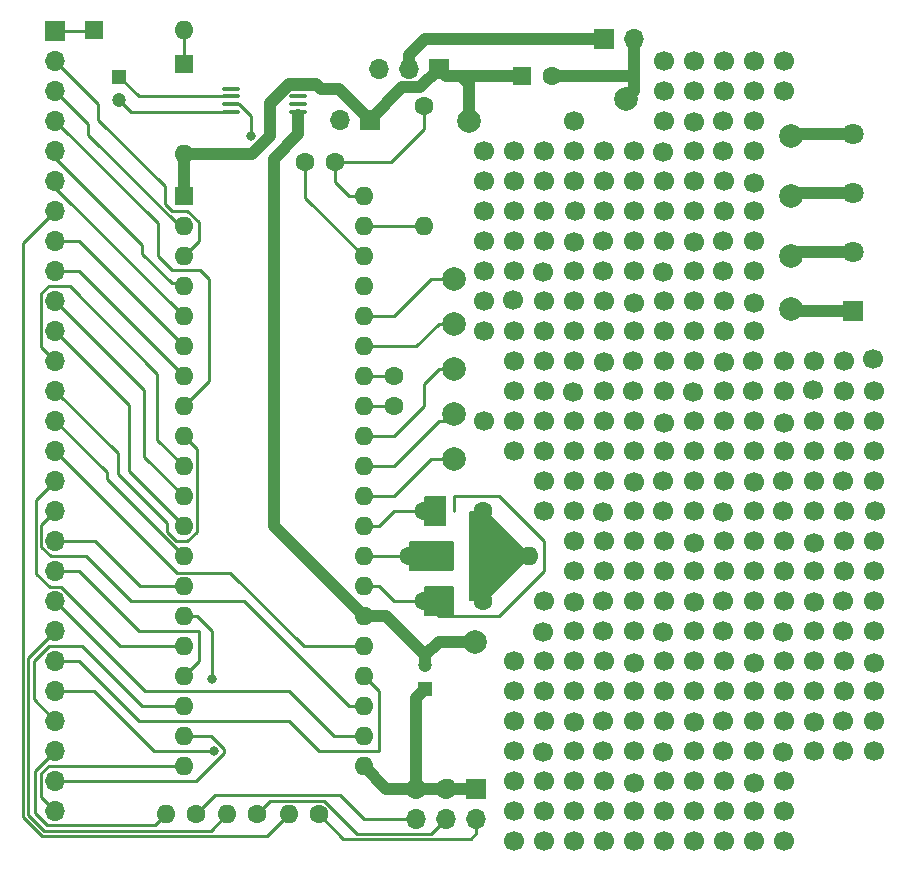
<source format=gtl>
%TF.GenerationSoftware,KiCad,Pcbnew,(6.0.0)*%
%TF.CreationDate,2022-03-13T21:04:06-04:00*%
%TF.ProjectId,panel meter v1,70616e65-6c20-46d6-9574-65722076312e,rev?*%
%TF.SameCoordinates,Original*%
%TF.FileFunction,Copper,L1,Top*%
%TF.FilePolarity,Positive*%
%FSLAX46Y46*%
G04 Gerber Fmt 4.6, Leading zero omitted, Abs format (unit mm)*
G04 Created by KiCad (PCBNEW (6.0.0)) date 2022-03-13 21:04:06*
%MOMM*%
%LPD*%
G01*
G04 APERTURE LIST*
G04 Aperture macros list*
%AMRoundRect*
0 Rectangle with rounded corners*
0 $1 Rounding radius*
0 $2 $3 $4 $5 $6 $7 $8 $9 X,Y pos of 4 corners*
0 Add a 4 corners polygon primitive as box body*
4,1,4,$2,$3,$4,$5,$6,$7,$8,$9,$2,$3,0*
0 Add four circle primitives for the rounded corners*
1,1,$1+$1,$2,$3*
1,1,$1+$1,$4,$5*
1,1,$1+$1,$6,$7*
1,1,$1+$1,$8,$9*
0 Add four rect primitives between the rounded corners*
20,1,$1+$1,$2,$3,$4,$5,0*
20,1,$1+$1,$4,$5,$6,$7,0*
20,1,$1+$1,$6,$7,$8,$9,0*
20,1,$1+$1,$8,$9,$2,$3,0*%
G04 Aperture macros list end*
%TA.AperFunction,ComponentPad*%
%ADD10C,1.700000*%
%TD*%
%TA.AperFunction,ComponentPad*%
%ADD11R,1.600000X1.600000*%
%TD*%
%TA.AperFunction,ComponentPad*%
%ADD12O,1.600000X1.600000*%
%TD*%
%TA.AperFunction,ComponentPad*%
%ADD13R,1.700000X1.700000*%
%TD*%
%TA.AperFunction,ComponentPad*%
%ADD14O,1.700000X1.700000*%
%TD*%
%TA.AperFunction,ComponentPad*%
%ADD15C,1.600000*%
%TD*%
%TA.AperFunction,ComponentPad*%
%ADD16C,2.000000*%
%TD*%
%TA.AperFunction,ComponentPad*%
%ADD17R,1.200000X1.200000*%
%TD*%
%TA.AperFunction,ComponentPad*%
%ADD18C,1.200000*%
%TD*%
%TA.AperFunction,ComponentPad*%
%ADD19R,1.800000X1.800000*%
%TD*%
%TA.AperFunction,ComponentPad*%
%ADD20C,1.800000*%
%TD*%
%TA.AperFunction,SMDPad,CuDef*%
%ADD21RoundRect,0.100000X-0.637500X-0.100000X0.637500X-0.100000X0.637500X0.100000X-0.637500X0.100000X0*%
%TD*%
%TA.AperFunction,ViaPad*%
%ADD22C,0.800000*%
%TD*%
%TA.AperFunction,Conductor*%
%ADD23C,1.000000*%
%TD*%
%TA.AperFunction,Conductor*%
%ADD24C,0.250000*%
%TD*%
G04 APERTURE END LIST*
D10*
%TO.P,REF\u002A\u002A,1*%
%TO.N,N/C*%
X114300000Y-88900000D03*
%TD*%
%TO.P,REF\u002A\u002A,1*%
%TO.N,N/C*%
X111760000Y-60960000D03*
%TD*%
%TO.P,REF\u002A\u002A,1*%
%TO.N,N/C*%
X127058021Y-86510442D03*
%TD*%
%TO.P,REF\u002A\u002A,1*%
%TO.N,N/C*%
X106680000Y-96520000D03*
%TD*%
%TO.P,REF\u002A\u002A,1*%
%TO.N,N/C*%
X109202800Y-91439999D03*
%TD*%
%TO.P,REF\u002A\u002A,1*%
%TO.N,N/C*%
X116840000Y-106680000D03*
%TD*%
%TO.P,REF\u002A\u002A,1*%
%TO.N,N/C*%
X114300000Y-86360000D03*
%TD*%
%TO.P,REF\u002A\u002A,1*%
%TO.N,N/C*%
X104140000Y-78740000D03*
%TD*%
%TO.P,REF\u002A\u002A,1*%
%TO.N,N/C*%
X106646471Y-73701692D03*
%TD*%
%TO.P,REF\u002A\u002A,1*%
%TO.N,N/C*%
X132080000Y-101600000D03*
%TD*%
%TO.P,REF\u002A\u002A,1*%
%TO.N,N/C*%
X106680000Y-111769036D03*
%TD*%
%TO.P,REF\u002A\u002A,1*%
%TO.N,N/C*%
X99060000Y-66040000D03*
%TD*%
%TO.P,REF\u002A\u002A,1*%
%TO.N,N/C*%
X132080000Y-76200000D03*
%TD*%
%TO.P,REF\u002A\u002A,1*%
%TO.N,N/C*%
X106680000Y-55880000D03*
%TD*%
%TO.P,REF\u002A\u002A,1*%
%TO.N,N/C*%
X124460000Y-73660000D03*
%TD*%
%TO.P,REF\u002A\u002A,1*%
%TO.N,N/C*%
X124442800Y-83794635D03*
%TD*%
D11*
%TO.P,U1,1,V+*%
%TO.N,+5V*%
X73655000Y-57155000D03*
D12*
%TO.P,U1,2,D1*%
%TO.N,/D1*%
X73655000Y-59695000D03*
%TO.P,U1,3,C1*%
%TO.N,/C1*%
X73655000Y-62235000D03*
%TO.P,U1,4,B1*%
%TO.N,/B1*%
X73655000Y-64775000D03*
%TO.P,U1,5,A1*%
%TO.N,/A1*%
X73655000Y-67315000D03*
%TO.P,U1,6,F1*%
%TO.N,/F1*%
X73655000Y-69855000D03*
%TO.P,U1,7,G1*%
%TO.N,/G1*%
X73655000Y-72395000D03*
%TO.P,U1,8,E1*%
%TO.N,/E1*%
X73655000Y-74935000D03*
%TO.P,U1,9,D2*%
%TO.N,/D2*%
X73655000Y-77475000D03*
%TO.P,U1,10,C2*%
%TO.N,/C2*%
X73655000Y-80015000D03*
%TO.P,U1,11,B2*%
%TO.N,/B2*%
X73655000Y-82555000D03*
%TO.P,U1,12,A2*%
%TO.N,/A2*%
X73655000Y-85095000D03*
%TO.P,U1,13,F2*%
%TO.N,/F2*%
X73655000Y-87635000D03*
%TO.P,U1,14,E2*%
%TO.N,/E2*%
X73655000Y-90175000D03*
%TO.P,U1,15,D3*%
%TO.N,/D3*%
X73655000Y-92715000D03*
%TO.P,U1,16,B3*%
%TO.N,/B3*%
X73655000Y-95255000D03*
%TO.P,U1,17,F3*%
%TO.N,/F3*%
X73655000Y-97795000D03*
%TO.P,U1,18,E3*%
%TO.N,/E3*%
X73655000Y-100335000D03*
%TO.P,U1,19,AB4*%
%TO.N,/BC4*%
X73655000Y-102875000D03*
%TO.P,U1,20,POL*%
%TO.N,/POL*%
X73655000Y-105415000D03*
%TO.P,U1,21,BP/GND*%
%TO.N,GND*%
X88895000Y-105415000D03*
%TO.P,U1,22,G3*%
%TO.N,/G3*%
X88895000Y-102875000D03*
%TO.P,U1,23,A3*%
%TO.N,/A3*%
X88895000Y-100335000D03*
%TO.P,U1,24,C3*%
%TO.N,/C3*%
X88895000Y-97795000D03*
%TO.P,U1,25,G2*%
%TO.N,/G2*%
X88895000Y-95255000D03*
%TO.P,U1,26,V-*%
%TO.N,/V-*%
X88895000Y-92715000D03*
%TO.P,U1,27,INT*%
%TO.N,Net-(C5-Pad1)*%
X88895000Y-90175000D03*
%TO.P,U1,28,BUFF*%
%TO.N,Net-(R1-Pad1)*%
X88895000Y-87635000D03*
%TO.P,U1,29,A-Z*%
%TO.N,Net-(C4-Pad1)*%
X88895000Y-85095000D03*
%TO.P,U1,30,IN_LO*%
%TO.N,Net-(U1-Pad30)*%
X88895000Y-82555000D03*
%TO.P,U1,31,IN_HI*%
%TO.N,Net-(U1-Pad31)*%
X88895000Y-80015000D03*
%TO.P,U1,32,COMMON*%
%TO.N,Net-(U1-Pad32)*%
X88895000Y-77475000D03*
%TO.P,U1,33,CREF-*%
%TO.N,Net-(C1-Pad2)*%
X88895000Y-74935000D03*
%TO.P,U1,34,CREF+*%
%TO.N,Net-(C1-Pad1)*%
X88895000Y-72395000D03*
%TO.P,U1,35,REF_LO*%
%TO.N,Net-(U1-Pad35)*%
X88895000Y-69855000D03*
%TO.P,U1,36,REF_HI*%
%TO.N,Net-(U1-Pad36)*%
X88895000Y-67315000D03*
%TO.P,U1,37,TEST*%
%TO.N,Net-(U1-Pad37)*%
X88895000Y-64775000D03*
%TO.P,U1,38,OSC3*%
%TO.N,Net-(C3-Pad2)*%
X88895000Y-62235000D03*
%TO.P,U1,39,OSC2*%
%TO.N,Net-(R2-Pad2)*%
X88895000Y-59695000D03*
%TO.P,U1,40,OSC1*%
%TO.N,Net-(C3-Pad1)*%
X88895000Y-57155000D03*
%TD*%
D10*
%TO.P,REF\u002A\u002A,1*%
%TO.N,N/C*%
X116848164Y-61027056D03*
%TD*%
%TO.P,REF\u002A\u002A,1*%
%TO.N,N/C*%
X116840000Y-58420000D03*
%TD*%
%TO.P,REF\u002A\u002A,1*%
%TO.N,N/C*%
X119380000Y-96520000D03*
%TD*%
%TO.P,REF\u002A\u002A,1*%
%TO.N,N/C*%
X106680000Y-109220000D03*
%TD*%
%TO.P,REF\u002A\u002A,1*%
%TO.N,N/C*%
X114299999Y-58410964D03*
%TD*%
%TO.P,REF\u002A\u002A,1*%
%TO.N,N/C*%
X104140000Y-53340000D03*
%TD*%
D11*
%TO.P,D2,1,K*%
%TO.N,Net-(D1-Pad2)*%
X73660000Y-45974000D03*
D12*
%TO.P,D2,2,A*%
%TO.N,+5V*%
X73660000Y-53594000D03*
%TD*%
D10*
%TO.P,REF\u002A\u002A,1*%
%TO.N,N/C*%
X109220000Y-55880000D03*
%TD*%
D13*
%TO.P,J1,1,Pin_1*%
%TO.N,+5V*%
X95235000Y-46380000D03*
D14*
%TO.P,J1,2,Pin_2*%
%TO.N,/Input*%
X92695000Y-46380000D03*
%TO.P,J1,3,Pin_3*%
%TO.N,unconnected-(J1-Pad3)*%
X90155000Y-46380000D03*
%TD*%
D10*
%TO.P,REF\u002A\u002A,1*%
%TO.N,N/C*%
X121920000Y-83820000D03*
%TD*%
%TO.P,REF\u002A\u002A,1*%
%TO.N,N/C*%
X109220000Y-53340000D03*
%TD*%
%TO.P,REF\u002A\u002A,1*%
%TO.N,N/C*%
X127000000Y-93980000D03*
%TD*%
%TO.P,REF\u002A\u002A,1*%
%TO.N,N/C*%
X111760000Y-91440000D03*
%TD*%
%TO.P,REF\u002A\u002A,1*%
%TO.N,N/C*%
X101600000Y-55880000D03*
%TD*%
%TO.P,REF\u002A\u002A,1*%
%TO.N,N/C*%
X121920000Y-104140000D03*
%TD*%
%TO.P,REF\u002A\u002A,1*%
%TO.N,N/C*%
X99060000Y-76200000D03*
%TD*%
%TO.P,REF\u002A\u002A,1*%
%TO.N,N/C*%
X106673262Y-83819999D03*
%TD*%
%TO.P,REF\u002A\u002A,1*%
%TO.N,N/C*%
X111760000Y-76200000D03*
%TD*%
%TO.P,REF\u002A\u002A,1*%
%TO.N,N/C*%
X109220000Y-109220000D03*
%TD*%
%TO.P,REF\u002A\u002A,1*%
%TO.N,N/C*%
X114266471Y-53381692D03*
%TD*%
%TO.P,REF\u002A\u002A,1*%
%TO.N,N/C*%
X124460000Y-71120000D03*
%TD*%
%TO.P,REF\u002A\u002A,1*%
%TO.N,N/C*%
X129522800Y-104114635D03*
%TD*%
D15*
%TO.P,C1,1*%
%TO.N,Net-(C1-Pad1)*%
X91440000Y-72410000D03*
%TO.P,C1,2*%
%TO.N,Net-(C1-Pad2)*%
X91440000Y-74910000D03*
%TD*%
D10*
%TO.P,REF\u002A\u002A,1*%
%TO.N,N/C*%
X121920000Y-58420000D03*
%TD*%
%TO.P,REF\u002A\u002A,1*%
%TO.N,N/C*%
X119362800Y-91439999D03*
%TD*%
%TO.P,REF\u002A\u002A,1*%
%TO.N,N/C*%
X109220000Y-111769036D03*
%TD*%
%TO.P,REF\u002A\u002A,1*%
%TO.N,N/C*%
X111760000Y-68580000D03*
%TD*%
%TO.P,REF\u002A\u002A,1*%
%TO.N,N/C*%
X119380000Y-68580000D03*
%TD*%
%TO.P,REF\u002A\u002A,1*%
%TO.N,N/C*%
X114266471Y-104181692D03*
%TD*%
%TO.P,REF\u002A\u002A,1*%
%TO.N,N/C*%
X116898021Y-86510442D03*
%TD*%
%TO.P,REF\u002A\u002A,1*%
%TO.N,N/C*%
X101600000Y-71120000D03*
%TD*%
%TO.P,REF\u002A\u002A,1*%
%TO.N,N/C*%
X119379999Y-81279999D03*
%TD*%
D16*
%TO.P,J16,1,Pin_1*%
%TO.N,Net-(J16-Pad1)*%
X125095000Y-52070000D03*
%TD*%
D10*
%TO.P,REF\u002A\u002A,1*%
%TO.N,N/C*%
X101600000Y-53340000D03*
%TD*%
D16*
%TO.P,J4,1,Pin_1*%
%TO.N,GND*%
X111125000Y-48895000D03*
%TD*%
D13*
%TO.P,J2,1,Pin_1*%
%TO.N,/Input*%
X109220000Y-43815000D03*
D14*
%TO.P,J2,2,Pin_2*%
%TO.N,GND*%
X111760000Y-43815000D03*
%TD*%
D10*
%TO.P,REF\u002A\u002A,1*%
%TO.N,N/C*%
X124426471Y-104181692D03*
%TD*%
%TO.P,REF\u002A\u002A,1*%
%TO.N,N/C*%
X124518021Y-76350442D03*
%TD*%
%TO.P,REF\u002A\u002A,1*%
%TO.N,N/C*%
X119362800Y-101599999D03*
%TD*%
%TO.P,REF\u002A\u002A,1*%
%TO.N,N/C*%
X116840000Y-63500000D03*
%TD*%
%TO.P,REF\u002A\u002A,1*%
%TO.N,N/C*%
X101600000Y-106680000D03*
%TD*%
%TO.P,REF\u002A\u002A,1*%
%TO.N,N/C*%
X104139999Y-101599999D03*
%TD*%
%TO.P,REF\u002A\u002A,1*%
%TO.N,N/C*%
X116840000Y-48260000D03*
%TD*%
%TO.P,REF\u002A\u002A,1*%
%TO.N,N/C*%
X101591835Y-60957859D03*
%TD*%
D15*
%TO.P,C3,1*%
%TO.N,Net-(C3-Pad1)*%
X86467000Y-54229000D03*
%TO.P,C3,2*%
%TO.N,Net-(C3-Pad2)*%
X83967000Y-54229000D03*
%TD*%
D10*
%TO.P,REF\u002A\u002A,1*%
%TO.N,N/C*%
X109219999Y-88890964D03*
%TD*%
%TO.P,REF\u002A\u002A,1*%
%TO.N,N/C*%
X124426471Y-94021692D03*
%TD*%
%TO.P,REF\u002A\u002A,1*%
%TO.N,N/C*%
X101600000Y-68580000D03*
%TD*%
%TO.P,REF\u002A\u002A,1*%
%TO.N,N/C*%
X124460000Y-106680000D03*
%TD*%
%TO.P,REF\u002A\u002A,1*%
%TO.N,N/C*%
X132080000Y-81280000D03*
%TD*%
%TO.P,REF\u002A\u002A,1*%
%TO.N,N/C*%
X109228164Y-71187056D03*
%TD*%
%TO.P,REF\u002A\u002A,1*%
%TO.N,N/C*%
X111818021Y-66190442D03*
%TD*%
%TO.P,REF\u002A\u002A,1*%
%TO.N,N/C*%
X121920000Y-68580000D03*
%TD*%
%TO.P,REF\u002A\u002A,1*%
%TO.N,N/C*%
X124460000Y-86360000D03*
%TD*%
%TO.P,REF\u002A\u002A,1*%
%TO.N,N/C*%
X119362800Y-60959999D03*
%TD*%
%TO.P,REF\u002A\u002A,1*%
%TO.N,N/C*%
X106680000Y-76200000D03*
%TD*%
%TO.P,REF\u002A\u002A,1*%
%TO.N,N/C*%
X129540000Y-78740000D03*
%TD*%
%TO.P,REF\u002A\u002A,1*%
%TO.N,N/C*%
X116840000Y-83820000D03*
%TD*%
%TO.P,REF\u002A\u002A,1*%
%TO.N,N/C*%
X114299999Y-109210964D03*
%TD*%
%TO.P,REF\u002A\u002A,1*%
%TO.N,N/C*%
X104139999Y-71105812D03*
%TD*%
%TO.P,REF\u002A\u002A,1*%
%TO.N,N/C*%
X106688164Y-88900000D03*
%TD*%
D17*
%TO.P,C8,1*%
%TO.N,GND*%
X94107000Y-98889600D03*
D18*
%TO.P,C8,2*%
%TO.N,/V-*%
X94107000Y-96889600D03*
%TD*%
D10*
%TO.P,REF\u002A\u002A,1*%
%TO.N,N/C*%
X114300000Y-78740000D03*
%TD*%
%TO.P,REF\u002A\u002A,1*%
%TO.N,N/C*%
X119362800Y-50799999D03*
%TD*%
%TO.P,REF\u002A\u002A,1*%
%TO.N,N/C*%
X114266471Y-94021692D03*
%TD*%
%TO.P,REF\u002A\u002A,1*%
%TO.N,N/C*%
X111760000Y-93980000D03*
%TD*%
%TO.P,REF\u002A\u002A,1*%
%TO.N,N/C*%
X132080000Y-78740000D03*
%TD*%
%TO.P,REF\u002A\u002A,1*%
%TO.N,N/C*%
X101600000Y-109220000D03*
%TD*%
%TO.P,REF\u002A\u002A,1*%
%TO.N,N/C*%
X121978021Y-106830442D03*
%TD*%
%TO.P,REF\u002A\u002A,1*%
%TO.N,N/C*%
X109220000Y-106680000D03*
%TD*%
%TO.P,REF\u002A\u002A,1*%
%TO.N,N/C*%
X104106471Y-104181692D03*
%TD*%
%TO.P,REF\u002A\u002A,1*%
%TO.N,N/C*%
X126983671Y-73601978D03*
%TD*%
%TO.P,REF\u002A\u002A,1*%
%TO.N,N/C*%
X119388164Y-71187056D03*
%TD*%
%TO.P,REF\u002A\u002A,1*%
%TO.N,N/C*%
X129522800Y-101599999D03*
%TD*%
%TO.P,REF\u002A\u002A,1*%
%TO.N,N/C*%
X121920000Y-50800000D03*
%TD*%
%TO.P,REF\u002A\u002A,1*%
%TO.N,N/C*%
X111760000Y-99060000D03*
%TD*%
%TO.P,REF\u002A\u002A,1*%
%TO.N,N/C*%
X119362800Y-53314635D03*
%TD*%
%TO.P,REF\u002A\u002A,1*%
%TO.N,N/C*%
X109220000Y-78740000D03*
%TD*%
%TO.P,REF\u002A\u002A,1*%
%TO.N,N/C*%
X124460000Y-96520000D03*
%TD*%
%TO.P,REF\u002A\u002A,1*%
%TO.N,N/C*%
X109220000Y-73660000D03*
%TD*%
%TO.P,REF\u002A\u002A,1*%
%TO.N,N/C*%
X114300000Y-71120000D03*
%TD*%
D16*
%TO.P,J15,1,Pin_1*%
%TO.N,Net-(J15-Pad1)*%
X125095000Y-57150000D03*
%TD*%
D10*
%TO.P,REF\u002A\u002A,1*%
%TO.N,N/C*%
X101600000Y-101600000D03*
%TD*%
%TO.P,REF\u002A\u002A,1*%
%TO.N,N/C*%
X121920000Y-86360000D03*
%TD*%
%TO.P,REF\u002A\u002A,1*%
%TO.N,N/C*%
X127000000Y-81280000D03*
%TD*%
%TO.P,REF\u002A\u002A,1*%
%TO.N,N/C*%
X121920000Y-78740000D03*
%TD*%
D13*
%TO.P,J12,1,Pin_1*%
%TO.N,+5V*%
X89413000Y-50673000D03*
D14*
%TO.P,J12,2,Pin_2*%
%TO.N,Net-(U1-Pad37)*%
X86873000Y-50673000D03*
%TD*%
D10*
%TO.P,REF\u002A\u002A,1*%
%TO.N,N/C*%
X121978021Y-96670442D03*
%TD*%
%TO.P,REF\u002A\u002A,1*%
%TO.N,N/C*%
X121920000Y-60960000D03*
%TD*%
%TO.P,REF\u002A\u002A,1*%
%TO.N,N/C*%
X99060000Y-68580000D03*
%TD*%
%TO.P,REF\u002A\u002A,1*%
%TO.N,N/C*%
X104130065Y-73626999D03*
%TD*%
%TO.P,REF\u002A\u002A,1*%
%TO.N,N/C*%
X111760000Y-53340000D03*
%TD*%
D16*
%TO.P,J6,1,Pin_1*%
%TO.N,Net-(U1-Pad32)*%
X96520000Y-71755000D03*
%TD*%
D10*
%TO.P,REF\u002A\u002A,1*%
%TO.N,N/C*%
X109220000Y-68580000D03*
%TD*%
%TO.P,REF\u002A\u002A,1*%
%TO.N,N/C*%
X109202800Y-63474635D03*
%TD*%
%TO.P,REF\u002A\u002A,1*%
%TO.N,N/C*%
X99060000Y-55880000D03*
%TD*%
%TO.P,REF\u002A\u002A,1*%
%TO.N,N/C*%
X99060000Y-60960000D03*
%TD*%
%TO.P,REF\u002A\u002A,1*%
%TO.N,N/C*%
X111760000Y-55880000D03*
%TD*%
%TO.P,REF\u002A\u002A,1*%
%TO.N,N/C*%
X104139999Y-91439999D03*
%TD*%
%TO.P,REF\u002A\u002A,1*%
%TO.N,N/C*%
X109220000Y-58420000D03*
%TD*%
%TO.P,REF\u002A\u002A,1*%
%TO.N,N/C*%
X111760000Y-63500000D03*
%TD*%
%TO.P,REF\u002A\u002A,1*%
%TO.N,N/C*%
X116840000Y-109220000D03*
%TD*%
%TO.P,REF\u002A\u002A,1*%
%TO.N,N/C*%
X101600000Y-73660000D03*
%TD*%
%TO.P,REF\u002A\u002A,1*%
%TO.N,N/C*%
X119346471Y-83861692D03*
%TD*%
%TO.P,REF\u002A\u002A,1*%
%TO.N,N/C*%
X111760000Y-78740000D03*
%TD*%
%TO.P,REF\u002A\u002A,1*%
%TO.N,N/C*%
X132080000Y-91440000D03*
%TD*%
%TO.P,REF\u002A\u002A,1*%
%TO.N,N/C*%
X132080000Y-88900000D03*
%TD*%
%TO.P,REF\u002A\u002A,1*%
%TO.N,N/C*%
X129522800Y-91439999D03*
%TD*%
%TO.P,REF\u002A\u002A,1*%
%TO.N,N/C*%
X104139999Y-99050964D03*
%TD*%
%TO.P,REF\u002A\u002A,1*%
%TO.N,N/C*%
X104106471Y-94021692D03*
%TD*%
%TO.P,REF\u002A\u002A,1*%
%TO.N,N/C*%
X104198892Y-55871835D03*
%TD*%
%TO.P,REF\u002A\u002A,1*%
%TO.N,N/C*%
X106680000Y-50800000D03*
%TD*%
%TO.P,REF\u002A\u002A,1*%
%TO.N,N/C*%
X109220000Y-76200000D03*
%TD*%
D16*
%TO.P,J5,1,Pin_1*%
%TO.N,/V-*%
X98298000Y-94869000D03*
%TD*%
D10*
%TO.P,REF\u002A\u002A,1*%
%TO.N,N/C*%
X106680000Y-106680000D03*
%TD*%
%TO.P,REF\u002A\u002A,1*%
%TO.N,N/C*%
X127008164Y-101667056D03*
%TD*%
%TO.P,REF\u002A\u002A,1*%
%TO.N,N/C*%
X116839999Y-78730964D03*
%TD*%
%TO.P,REF\u002A\u002A,1*%
%TO.N,N/C*%
X106680000Y-66040000D03*
%TD*%
%TO.P,REF\u002A\u002A,1*%
%TO.N,N/C*%
X119380000Y-78740000D03*
%TD*%
%TO.P,REF\u002A\u002A,1*%
%TO.N,N/C*%
X114266471Y-63541692D03*
%TD*%
%TO.P,REF\u002A\u002A,1*%
%TO.N,N/C*%
X121920000Y-111769036D03*
%TD*%
%TO.P,REF\u002A\u002A,1*%
%TO.N,N/C*%
X121978021Y-56030442D03*
%TD*%
%TO.P,REF\u002A\u002A,1*%
%TO.N,N/C*%
X127000000Y-83820000D03*
%TD*%
%TO.P,REF\u002A\u002A,1*%
%TO.N,N/C*%
X114299999Y-68570964D03*
%TD*%
%TO.P,REF\u002A\u002A,1*%
%TO.N,N/C*%
X114299999Y-91439999D03*
%TD*%
%TO.P,REF\u002A\u002A,1*%
%TO.N,N/C*%
X121920000Y-93980000D03*
%TD*%
%TO.P,REF\u002A\u002A,1*%
%TO.N,N/C*%
X106680000Y-93980000D03*
%TD*%
%TO.P,REF\u002A\u002A,1*%
%TO.N,N/C*%
X104133262Y-81288164D03*
%TD*%
%TO.P,REF\u002A\u002A,1*%
%TO.N,N/C*%
X116840000Y-76200000D03*
%TD*%
%TO.P,REF\u002A\u002A,1*%
%TO.N,N/C*%
X109202800Y-93954635D03*
%TD*%
%TO.P,REF\u002A\u002A,1*%
%TO.N,N/C*%
X121920000Y-76200000D03*
%TD*%
%TO.P,REF\u002A\u002A,1*%
%TO.N,N/C*%
X101600000Y-111760000D03*
%TD*%
D16*
%TO.P,J8,1,Pin_1*%
%TO.N,Net-(U1-Pad30)*%
X96520000Y-79375000D03*
%TD*%
D10*
%TO.P,REF\u002A\u002A,1*%
%TO.N,N/C*%
X121920000Y-48260000D03*
%TD*%
%TO.P,REF\u002A\u002A,1*%
%TO.N,N/C*%
X124459999Y-101599999D03*
%TD*%
%TO.P,REF\u002A\u002A,1*%
%TO.N,N/C*%
X116840000Y-55880000D03*
%TD*%
D16*
%TO.P,J3,1,Pin_1*%
%TO.N,+5V*%
X97790000Y-50800000D03*
%TD*%
D10*
%TO.P,REF\u002A\u002A,1*%
%TO.N,N/C*%
X124459999Y-109210964D03*
%TD*%
%TO.P,REF\u002A\u002A,1*%
%TO.N,N/C*%
X114300000Y-66040000D03*
%TD*%
%TO.P,REF\u002A\u002A,1*%
%TO.N,N/C*%
X132080000Y-73660000D03*
%TD*%
%TO.P,REF\u002A\u002A,1*%
%TO.N,N/C*%
X104139999Y-68570964D03*
%TD*%
%TO.P,REF\u002A\u002A,1*%
%TO.N,N/C*%
X129540000Y-73660000D03*
%TD*%
%TO.P,REF\u002A\u002A,1*%
%TO.N,N/C*%
X111760000Y-86360000D03*
%TD*%
%TO.P,REF\u002A\u002A,1*%
%TO.N,N/C*%
X114358021Y-76350442D03*
%TD*%
%TO.P,REF\u002A\u002A,1*%
%TO.N,N/C*%
X116840000Y-45720000D03*
%TD*%
%TO.P,REF\u002A\u002A,1*%
%TO.N,N/C*%
X104140000Y-106680000D03*
%TD*%
%TO.P,REF\u002A\u002A,1*%
%TO.N,N/C*%
X114299999Y-101599999D03*
%TD*%
%TO.P,REF\u002A\u002A,1*%
%TO.N,N/C*%
X116840000Y-81280000D03*
%TD*%
%TO.P,REF\u002A\u002A,1*%
%TO.N,N/C*%
X116840000Y-88900000D03*
%TD*%
D15*
%TO.P,R5,1*%
%TO.N,Net-(R5-Pad1)*%
X74676000Y-109474000D03*
D12*
%TO.P,R5,2*%
%TO.N,/DP4*%
X72136000Y-109474000D03*
%TD*%
D10*
%TO.P,REF\u002A\u002A,1*%
%TO.N,N/C*%
X114299999Y-111760000D03*
%TD*%
%TO.P,REF\u002A\u002A,1*%
%TO.N,N/C*%
X119380000Y-66040000D03*
%TD*%
%TO.P,REF\u002A\u002A,1*%
%TO.N,N/C*%
X116848164Y-101667056D03*
%TD*%
%TO.P,REF\u002A\u002A,1*%
%TO.N,N/C*%
X129540000Y-99060000D03*
%TD*%
%TO.P,REF\u002A\u002A,1*%
%TO.N,N/C*%
X129531835Y-76183671D03*
%TD*%
%TO.P,REF\u002A\u002A,1*%
%TO.N,N/C*%
X119380000Y-111769036D03*
%TD*%
%TO.P,REF\u002A\u002A,1*%
%TO.N,N/C*%
X114299999Y-99050964D03*
%TD*%
%TO.P,REF\u002A\u002A,1*%
%TO.N,N/C*%
X116840000Y-104140000D03*
%TD*%
%TO.P,REF\u002A\u002A,1*%
%TO.N,N/C*%
X132138021Y-96670442D03*
%TD*%
%TO.P,REF\u002A\u002A,1*%
%TO.N,N/C*%
X132046471Y-70986756D03*
%TD*%
%TO.P,REF\u002A\u002A,1*%
%TO.N,N/C*%
X106688164Y-91507056D03*
%TD*%
%TO.P,REF\u002A\u002A,1*%
%TO.N,N/C*%
X111742800Y-73634635D03*
%TD*%
%TO.P,REF\u002A\u002A,1*%
%TO.N,N/C*%
X104106471Y-63541692D03*
%TD*%
%TO.P,REF\u002A\u002A,1*%
%TO.N,N/C*%
X101600000Y-99060000D03*
%TD*%
D16*
%TO.P,J7,1,Pin_1*%
%TO.N,Net-(U1-Pad31)*%
X96520000Y-75565000D03*
%TD*%
D10*
%TO.P,REF\u002A\u002A,1*%
%TO.N,N/C*%
X121920000Y-63500000D03*
%TD*%
%TO.P,REF\u002A\u002A,1*%
%TO.N,N/C*%
X121920000Y-109220000D03*
%TD*%
D16*
%TO.P,J9,1,Pin_1*%
%TO.N,Net-(U1-Pad36)*%
X96520000Y-64135000D03*
%TD*%
D10*
%TO.P,REF\u002A\u002A,1*%
%TO.N,N/C*%
X99060000Y-63500000D03*
%TD*%
%TO.P,REF\u002A\u002A,1*%
%TO.N,N/C*%
X129540000Y-88900000D03*
%TD*%
%TO.P,REF\u002A\u002A,1*%
%TO.N,N/C*%
X129540000Y-96520000D03*
%TD*%
%TO.P,REF\u002A\u002A,1*%
%TO.N,N/C*%
X104139999Y-109210964D03*
%TD*%
%TO.P,REF\u002A\u002A,1*%
%TO.N,N/C*%
X109220000Y-99060000D03*
%TD*%
%TO.P,REF\u002A\u002A,1*%
%TO.N,N/C*%
X121902800Y-73634635D03*
%TD*%
D15*
%TO.P,R7,1*%
%TO.N,Net-(R7-Pad1)*%
X85090000Y-109474000D03*
D12*
%TO.P,R7,2*%
%TO.N,/DP2*%
X82550000Y-109474000D03*
%TD*%
D11*
%TO.P,C6,1*%
%TO.N,+5V*%
X102322621Y-46990000D03*
D15*
%TO.P,C6,2*%
%TO.N,GND*%
X104822621Y-46990000D03*
%TD*%
D10*
%TO.P,REF\u002A\u002A,1*%
%TO.N,N/C*%
X116840000Y-53340000D03*
%TD*%
%TO.P,REF\u002A\u002A,1*%
%TO.N,N/C*%
X119380000Y-99060000D03*
%TD*%
%TO.P,REF\u002A\u002A,1*%
%TO.N,N/C*%
X124459999Y-99050964D03*
%TD*%
%TO.P,REF\u002A\u002A,1*%
%TO.N,N/C*%
X109219999Y-81279999D03*
%TD*%
%TO.P,REF\u002A\u002A,1*%
%TO.N,N/C*%
X109220000Y-96520000D03*
%TD*%
%TO.P,REF\u002A\u002A,1*%
%TO.N,N/C*%
X111760000Y-104140000D03*
%TD*%
%TO.P,REF\u002A\u002A,1*%
%TO.N,N/C*%
X114300000Y-73660000D03*
%TD*%
%TO.P,REF\u002A\u002A,1*%
%TO.N,N/C*%
X121920000Y-45720000D03*
%TD*%
%TO.P,REF\u002A\u002A,1*%
%TO.N,N/C*%
X119380000Y-109220000D03*
%TD*%
D15*
%TO.P,C4,1*%
%TO.N,Net-(C4-Pad1)*%
X94020000Y-83820000D03*
%TO.P,C4,2*%
%TO.N,Net-(C4-Pad2)*%
X99020000Y-83820000D03*
%TD*%
D10*
%TO.P,REF\u002A\u002A,1*%
%TO.N,N/C*%
X121920000Y-99060000D03*
%TD*%
D16*
%TO.P,J10,1,Pin_1*%
%TO.N,Net-(U1-Pad35)*%
X96520000Y-67945000D03*
%TD*%
D10*
%TO.P,REF\u002A\u002A,1*%
%TO.N,N/C*%
X106688164Y-61027056D03*
%TD*%
D15*
%TO.P,R1,1*%
%TO.N,Net-(R1-Pad1)*%
X92710000Y-87630000D03*
D12*
%TO.P,R1,2*%
%TO.N,Net-(C4-Pad2)*%
X102870000Y-87630000D03*
%TD*%
D10*
%TO.P,REF\u002A\u002A,1*%
%TO.N,N/C*%
X124460000Y-45720000D03*
%TD*%
%TO.P,REF\u002A\u002A,1*%
%TO.N,N/C*%
X104140000Y-66040000D03*
%TD*%
%TO.P,REF\u002A\u002A,1*%
%TO.N,N/C*%
X119380000Y-58420000D03*
%TD*%
%TO.P,REF\u002A\u002A,1*%
%TO.N,N/C*%
X132080000Y-86360000D03*
%TD*%
%TO.P,REF\u002A\u002A,1*%
%TO.N,N/C*%
X127000000Y-96520000D03*
%TD*%
D15*
%TO.P,R6,1*%
%TO.N,Net-(R6-Pad1)*%
X79883000Y-109474000D03*
D12*
%TO.P,R6,2*%
%TO.N,/DP3*%
X77343000Y-109474000D03*
%TD*%
D10*
%TO.P,REF\u002A\u002A,1*%
%TO.N,N/C*%
X111760000Y-101600000D03*
%TD*%
%TO.P,REF\u002A\u002A,1*%
%TO.N,N/C*%
X99060000Y-58420000D03*
%TD*%
%TO.P,REF\u002A\u002A,1*%
%TO.N,N/C*%
X101600000Y-63500000D03*
%TD*%
%TO.P,REF\u002A\u002A,1*%
%TO.N,N/C*%
X114282800Y-81279999D03*
%TD*%
%TO.P,REF\u002A\u002A,1*%
%TO.N,N/C*%
X132080000Y-104140000D03*
%TD*%
%TO.P,REF\u002A\u002A,1*%
%TO.N,N/C*%
X114300000Y-106680000D03*
%TD*%
%TO.P,REF\u002A\u002A,1*%
%TO.N,N/C*%
X129540000Y-83820000D03*
%TD*%
D13*
%TO.P,J11,1,Pin_1*%
%TO.N,GND*%
X98410000Y-107310000D03*
D14*
%TO.P,J11,2,Pin_2*%
%TO.N,Net-(R7-Pad1)*%
X98410000Y-109850000D03*
%TO.P,J11,3,Pin_3*%
%TO.N,GND*%
X95870000Y-107310000D03*
%TO.P,J11,4,Pin_4*%
%TO.N,Net-(R6-Pad1)*%
X95870000Y-109850000D03*
%TO.P,J11,5,Pin_5*%
%TO.N,GND*%
X93330000Y-107310000D03*
%TO.P,J11,6,Pin_6*%
%TO.N,Net-(R5-Pad1)*%
X93330000Y-109850000D03*
%TD*%
D10*
%TO.P,REF\u002A\u002A,1*%
%TO.N,N/C*%
X119362800Y-93954635D03*
%TD*%
%TO.P,REF\u002A\u002A,1*%
%TO.N,N/C*%
X121902800Y-71119999D03*
%TD*%
D15*
%TO.P,R2,1*%
%TO.N,Net-(C3-Pad1)*%
X93980000Y-49530000D03*
D12*
%TO.P,R2,2*%
%TO.N,Net-(R2-Pad2)*%
X93980000Y-59690000D03*
%TD*%
D10*
%TO.P,REF\u002A\u002A,1*%
%TO.N,N/C*%
X119362800Y-63474635D03*
%TD*%
%TO.P,REF\u002A\u002A,1*%
%TO.N,N/C*%
X106680000Y-53340000D03*
%TD*%
%TO.P,REF\u002A\u002A,1*%
%TO.N,N/C*%
X104140000Y-58420000D03*
%TD*%
%TO.P,REF\u002A\u002A,1*%
%TO.N,N/C*%
X111818021Y-106830442D03*
%TD*%
%TO.P,REF\u002A\u002A,1*%
%TO.N,N/C*%
X129464778Y-81279999D03*
%TD*%
%TO.P,REF\u002A\u002A,1*%
%TO.N,N/C*%
X119380000Y-86360000D03*
%TD*%
%TO.P,REF\u002A\u002A,1*%
%TO.N,N/C*%
X109186471Y-83861692D03*
%TD*%
%TO.P,REF\u002A\u002A,1*%
%TO.N,N/C*%
X124459999Y-91439999D03*
%TD*%
D15*
%TO.P,C5,1*%
%TO.N,Net-(C5-Pad1)*%
X94020000Y-91440000D03*
%TO.P,C5,2*%
%TO.N,Net-(C4-Pad2)*%
X99020000Y-91440000D03*
%TD*%
D10*
%TO.P,REF\u002A\u002A,1*%
%TO.N,N/C*%
X106680000Y-86360000D03*
%TD*%
%TO.P,REF\u002A\u002A,1*%
%TO.N,N/C*%
X106680000Y-81280000D03*
%TD*%
%TO.P,REF\u002A\u002A,1*%
%TO.N,N/C*%
X121920000Y-88900000D03*
%TD*%
%TO.P,REF\u002A\u002A,1*%
%TO.N,N/C*%
X109202800Y-60959999D03*
%TD*%
%TO.P,REF\u002A\u002A,1*%
%TO.N,N/C*%
X111760000Y-88900000D03*
%TD*%
%TO.P,REF\u002A\u002A,1*%
%TO.N,N/C*%
X101600000Y-96520000D03*
%TD*%
%TO.P,REF\u002A\u002A,1*%
%TO.N,N/C*%
X104130065Y-76209934D03*
%TD*%
%TO.P,REF\u002A\u002A,1*%
%TO.N,N/C*%
X106680000Y-63500000D03*
%TD*%
%TO.P,REF\u002A\u002A,1*%
%TO.N,N/C*%
X116839999Y-71119999D03*
%TD*%
%TO.P,REF\u002A\u002A,1*%
%TO.N,N/C*%
X114282800Y-83794635D03*
%TD*%
%TO.P,REF\u002A\u002A,1*%
%TO.N,N/C*%
X111742800Y-71119999D03*
%TD*%
%TO.P,REF\u002A\u002A,1*%
%TO.N,N/C*%
X111809857Y-58419999D03*
%TD*%
%TO.P,REF\u002A\u002A,1*%
%TO.N,N/C*%
X127000000Y-99060000D03*
%TD*%
%TO.P,REF\u002A\u002A,1*%
%TO.N,N/C*%
X104140000Y-96520000D03*
%TD*%
%TO.P,REF\u002A\u002A,1*%
%TO.N,N/C*%
X129522800Y-93954635D03*
%TD*%
%TO.P,REF\u002A\u002A,1*%
%TO.N,N/C*%
X124460000Y-88900000D03*
%TD*%
%TO.P,REF\u002A\u002A,1*%
%TO.N,N/C*%
X109202800Y-101599999D03*
%TD*%
%TO.P,REF\u002A\u002A,1*%
%TO.N,N/C*%
X124460000Y-48260000D03*
%TD*%
%TO.P,REF\u002A\u002A,1*%
%TO.N,N/C*%
X114300000Y-96520000D03*
%TD*%
%TO.P,REF\u002A\u002A,1*%
%TO.N,N/C*%
X116848164Y-50867056D03*
%TD*%
%TO.P,REF\u002A\u002A,1*%
%TO.N,N/C*%
X114300000Y-55880000D03*
%TD*%
%TO.P,REF\u002A\u002A,1*%
%TO.N,N/C*%
X109220000Y-86360000D03*
%TD*%
%TO.P,REF\u002A\u002A,1*%
%TO.N,N/C*%
X114299999Y-50799999D03*
%TD*%
D17*
%TO.P,C7,1*%
%TO.N,Net-(C7-Pad1)*%
X68199000Y-47033401D03*
D18*
%TO.P,C7,2*%
%TO.N,Net-(C7-Pad2)*%
X68199000Y-49033401D03*
%TD*%
D10*
%TO.P,REF\u002A\u002A,1*%
%TO.N,N/C*%
X104139999Y-60959999D03*
%TD*%
%TO.P,REF\u002A\u002A,1*%
%TO.N,N/C*%
X119380000Y-76200000D03*
%TD*%
%TO.P,REF\u002A\u002A,1*%
%TO.N,N/C*%
X119380000Y-45720000D03*
%TD*%
D11*
%TO.P,D1,1,K*%
%TO.N,/Anode*%
X66040000Y-43053000D03*
D12*
%TO.P,D1,2,A*%
%TO.N,Net-(D1-Pad2)*%
X73660000Y-43053000D03*
%TD*%
D19*
%TO.P,J18,1,1*%
%TO.N,Net-(J17-Pad1)*%
X130360000Y-66862500D03*
D20*
%TO.P,J18,2,2*%
%TO.N,Net-(J14-Pad1)*%
X130360000Y-61862500D03*
%TO.P,J18,3,3*%
%TO.N,Net-(J15-Pad1)*%
X130360000Y-56862500D03*
%TO.P,J18,4,4*%
%TO.N,Net-(J16-Pad1)*%
X130360000Y-51862500D03*
%TD*%
D10*
%TO.P,REF\u002A\u002A,1*%
%TO.N,N/C*%
X116840000Y-111769036D03*
%TD*%
%TO.P,REF\u002A\u002A,1*%
%TO.N,N/C*%
X101600000Y-78740000D03*
%TD*%
%TO.P,REF\u002A\u002A,1*%
%TO.N,N/C*%
X121920000Y-53340000D03*
%TD*%
%TO.P,REF\u002A\u002A,1*%
%TO.N,N/C*%
X109220000Y-66040000D03*
%TD*%
%TO.P,REF\u002A\u002A,1*%
%TO.N,N/C*%
X127000000Y-104140000D03*
%TD*%
%TO.P,REF\u002A\u002A,1*%
%TO.N,N/C*%
X129540000Y-71120000D03*
%TD*%
%TO.P,REF\u002A\u002A,1*%
%TO.N,N/C*%
X101600000Y-58420000D03*
%TD*%
%TO.P,REF\u002A\u002A,1*%
%TO.N,N/C*%
X106680000Y-68580000D03*
%TD*%
%TO.P,REF\u002A\u002A,1*%
%TO.N,N/C*%
X124459999Y-111760000D03*
%TD*%
D21*
%TO.P,U2,1,NC*%
%TO.N,unconnected-(U2-Pad1)*%
X77655500Y-48047000D03*
%TO.P,U2,2,CAP+*%
%TO.N,Net-(C7-Pad1)*%
X77655500Y-48697000D03*
%TO.P,U2,3,GND*%
%TO.N,GND*%
X77655500Y-49347000D03*
%TO.P,U2,4,CAP-*%
%TO.N,Net-(C7-Pad2)*%
X77655500Y-49997000D03*
%TO.P,U2,5,VOUT*%
%TO.N,/V-*%
X83380500Y-49997000D03*
%TO.P,U2,6,LV*%
%TO.N,unconnected-(U2-Pad6)*%
X83380500Y-49347000D03*
%TO.P,U2,7,OSC*%
%TO.N,unconnected-(U2-Pad7)*%
X83380500Y-48697000D03*
%TO.P,U2,8,V+*%
%TO.N,+5V*%
X83380500Y-48047000D03*
%TD*%
D10*
%TO.P,REF\u002A\u002A,1*%
%TO.N,N/C*%
X106679999Y-71119999D03*
%TD*%
%TO.P,REF\u002A\u002A,1*%
%TO.N,N/C*%
X121978021Y-66190442D03*
%TD*%
%TO.P,REF\u002A\u002A,1*%
%TO.N,N/C*%
X132080000Y-99060000D03*
%TD*%
%TO.P,REF\u002A\u002A,1*%
%TO.N,N/C*%
X121920000Y-101600000D03*
%TD*%
%TO.P,REF\u002A\u002A,1*%
%TO.N,N/C*%
X101600000Y-76200000D03*
%TD*%
%TO.P,REF\u002A\u002A,1*%
%TO.N,N/C*%
X106680000Y-104140000D03*
%TD*%
%TO.P,REF\u002A\u002A,1*%
%TO.N,N/C*%
X101547130Y-65942426D03*
%TD*%
%TO.P,REF\u002A\u002A,1*%
%TO.N,N/C*%
X116848164Y-91507056D03*
%TD*%
%TO.P,REF\u002A\u002A,1*%
%TO.N,N/C*%
X116840000Y-96520000D03*
%TD*%
%TO.P,REF\u002A\u002A,1*%
%TO.N,N/C*%
X104125098Y-83819999D03*
%TD*%
%TO.P,REF\u002A\u002A,1*%
%TO.N,N/C*%
X104139999Y-111760000D03*
%TD*%
%TO.P,REF\u002A\u002A,1*%
%TO.N,N/C*%
X109202800Y-104114635D03*
%TD*%
%TO.P,REF\u002A\u002A,1*%
%TO.N,N/C*%
X106814113Y-58386471D03*
%TD*%
%TO.P,REF\u002A\u002A,1*%
%TO.N,N/C*%
X106679999Y-78730964D03*
%TD*%
%TO.P,REF\u002A\u002A,1*%
%TO.N,N/C*%
X111760000Y-111769036D03*
%TD*%
%TO.P,REF\u002A\u002A,1*%
%TO.N,N/C*%
X111760000Y-83820000D03*
%TD*%
%TO.P,REF\u002A\u002A,1*%
%TO.N,N/C*%
X127008164Y-91507056D03*
%TD*%
%TO.P,REF\u002A\u002A,1*%
%TO.N,N/C*%
X121928164Y-81347056D03*
%TD*%
%TO.P,REF\u002A\u002A,1*%
%TO.N,N/C*%
X114300000Y-48260000D03*
%TD*%
%TO.P,REF\u002A\u002A,1*%
%TO.N,N/C*%
X106688164Y-101667056D03*
%TD*%
%TO.P,REF\u002A\u002A,1*%
%TO.N,N/C*%
X129531835Y-86342800D03*
%TD*%
%TO.P,REF\u002A\u002A,1*%
%TO.N,N/C*%
X101600000Y-104140000D03*
%TD*%
%TO.P,REF\u002A\u002A,1*%
%TO.N,N/C*%
X99060000Y-53340000D03*
%TD*%
%TO.P,REF\u002A\u002A,1*%
%TO.N,N/C*%
X116840000Y-93980000D03*
%TD*%
%TO.P,REF\u002A\u002A,1*%
%TO.N,N/C*%
X127000000Y-71120000D03*
%TD*%
%TO.P,REF\u002A\u002A,1*%
%TO.N,N/C*%
X119380000Y-55880000D03*
%TD*%
%TO.P,REF\u002A\u002A,1*%
%TO.N,N/C*%
X114299999Y-60959999D03*
%TD*%
%TO.P,REF\u002A\u002A,1*%
%TO.N,N/C*%
X116840000Y-66040000D03*
%TD*%
%TO.P,REF\u002A\u002A,1*%
%TO.N,N/C*%
X124442800Y-81279999D03*
%TD*%
%TO.P,REF\u002A\u002A,1*%
%TO.N,N/C*%
X132080000Y-93980000D03*
%TD*%
%TO.P,REF\u002A\u002A,1*%
%TO.N,N/C*%
X127000000Y-78740000D03*
%TD*%
%TO.P,REF\u002A\u002A,1*%
%TO.N,N/C*%
X119379999Y-88890964D03*
%TD*%
%TO.P,REF\u002A\u002A,1*%
%TO.N,N/C*%
X119380000Y-106680000D03*
%TD*%
%TO.P,REF\u002A\u002A,1*%
%TO.N,N/C*%
X127000000Y-76200000D03*
%TD*%
D16*
%TO.P,J14,1,Pin_1*%
%TO.N,Net-(J14-Pad1)*%
X125095000Y-62230000D03*
%TD*%
D10*
%TO.P,REF\u002A\u002A,1*%
%TO.N,N/C*%
X114300000Y-45720000D03*
%TD*%
D16*
%TO.P,J17,1,Pin_1*%
%TO.N,Net-(J17-Pad1)*%
X125095000Y-66675000D03*
%TD*%
D10*
%TO.P,REF\u002A\u002A,1*%
%TO.N,N/C*%
X111768164Y-81347056D03*
%TD*%
%TO.P,REF\u002A\u002A,1*%
%TO.N,N/C*%
X116806471Y-73701692D03*
%TD*%
%TO.P,REF\u002A\u002A,1*%
%TO.N,N/C*%
X119380000Y-73660000D03*
%TD*%
%TO.P,REF\u002A\u002A,1*%
%TO.N,N/C*%
X121920000Y-91440000D03*
%TD*%
%TO.P,REF\u002A\u002A,1*%
%TO.N,N/C*%
X111760000Y-109220000D03*
%TD*%
%TO.P,REF\u002A\u002A,1*%
%TO.N,N/C*%
X127000000Y-88900000D03*
%TD*%
%TO.P,REF\u002A\u002A,1*%
%TO.N,N/C*%
X116840000Y-99060000D03*
%TD*%
%TO.P,REF\u002A\u002A,1*%
%TO.N,N/C*%
X116840000Y-68580000D03*
%TD*%
%TO.P,REF\u002A\u002A,1*%
%TO.N,N/C*%
X124460000Y-78740000D03*
%TD*%
%TO.P,REF\u002A\u002A,1*%
%TO.N,N/C*%
X119362800Y-104114635D03*
%TD*%
%TO.P,REF\u002A\u002A,1*%
%TO.N,N/C*%
X119380000Y-48260000D03*
%TD*%
%TO.P,REF\u002A\u002A,1*%
%TO.N,N/C*%
X132180585Y-83794635D03*
%TD*%
%TO.P,REF\u002A\u002A,1*%
%TO.N,N/C*%
X111818021Y-96670442D03*
%TD*%
%TO.P,REF\u002A\u002A,1*%
%TO.N,N/C*%
X106680000Y-99060000D03*
%TD*%
D13*
%TO.P,J13,1,Pin_1*%
%TO.N,/Anode*%
X62795000Y-43175000D03*
D14*
%TO.P,J13,2,Pin_2*%
%TO.N,/C1*%
X62795000Y-45715000D03*
%TO.P,J13,3,Pin_3*%
%TO.N,/D1*%
X62795000Y-48255000D03*
%TO.P,J13,4,Pin_4*%
%TO.N,/E1*%
X62795000Y-50795000D03*
%TO.P,J13,5,Pin_5*%
%TO.N,/B1*%
X62795000Y-53335000D03*
%TO.P,J13,6,Pin_6*%
%TO.N,/A1*%
X62795000Y-55875000D03*
%TO.P,J13,7,Pin_7*%
%TO.N,/DP2*%
X62795000Y-58415000D03*
%TO.P,J13,8,Pin_8*%
%TO.N,/F1*%
X62795000Y-60955000D03*
%TO.P,J13,9,Pin_9*%
%TO.N,/G1*%
X62795000Y-63495000D03*
%TO.P,J13,10,Pin_10*%
%TO.N,/B2*%
X62795000Y-66035000D03*
%TO.P,J13,11,Pin_11*%
%TO.N,/A2*%
X62795000Y-68575000D03*
%TO.P,J13,12,Pin_12*%
%TO.N,/C2*%
X62795000Y-71115000D03*
%TO.P,J13,13,Pin_13*%
%TO.N,/D2*%
X62795000Y-73655000D03*
%TO.P,J13,14,Pin_14*%
%TO.N,/F2*%
X62795000Y-76195000D03*
%TO.P,J13,15,Pin_15*%
%TO.N,/G2*%
X62795000Y-78735000D03*
%TO.P,J13,16,Pin_16*%
%TO.N,/B3*%
X62795000Y-81275000D03*
%TO.P,J13,17,Pin_17*%
%TO.N,/A3*%
X62795000Y-83815000D03*
%TO.P,J13,18,Pin_18*%
%TO.N,/E2*%
X62795000Y-86355000D03*
%TO.P,J13,19,Pin_19*%
%TO.N,/F3*%
X62795000Y-88895000D03*
%TO.P,J13,20,Pin_20*%
%TO.N,/G3*%
X62795000Y-91435000D03*
%TO.P,J13,21,Pin_21*%
%TO.N,/DP3*%
X62795000Y-93975000D03*
%TO.P,J13,22,Pin_22*%
%TO.N,/C3*%
X62795000Y-96515000D03*
%TO.P,J13,23,Pin_23*%
%TO.N,/D3*%
X62795000Y-99055000D03*
%TO.P,J13,24,Pin_24*%
%TO.N,/E3*%
X62795000Y-101595000D03*
%TO.P,J13,25,Pin_25*%
%TO.N,/DP4*%
X62795000Y-104135000D03*
%TO.P,J13,26,Pin_26*%
%TO.N,/BC4*%
X62795000Y-106675000D03*
%TO.P,J13,27,Pin_27*%
%TO.N,/POL*%
X62795000Y-109215000D03*
%TD*%
D22*
%TO.N,GND*%
X79375000Y-52070000D03*
%TO.N,/D3*%
X76073000Y-98044000D03*
X76200000Y-104140000D03*
%TD*%
D23*
%TO.N,/V-*%
X95250000Y-94869000D02*
X94107000Y-96012000D01*
X98298000Y-94869000D02*
X95250000Y-94869000D01*
X90810000Y-92715000D02*
X94107000Y-96012000D01*
X94107000Y-96012000D02*
X94107000Y-96889600D01*
%TO.N,GND*%
X93330000Y-107310000D02*
X93330000Y-99666600D01*
X93330000Y-99666600D02*
X94107000Y-98889600D01*
D24*
%TO.N,Net-(C1-Pad1)*%
X88910000Y-72410000D02*
X88895000Y-72395000D01*
X91440000Y-72410000D02*
X88910000Y-72410000D01*
%TO.N,Net-(C1-Pad2)*%
X91440000Y-74910000D02*
X88920000Y-74910000D01*
X88920000Y-74910000D02*
X88895000Y-74935000D01*
%TO.N,Net-(C3-Pad1)*%
X88895000Y-57155000D02*
X87635000Y-57155000D01*
X93980000Y-51435000D02*
X93980000Y-49530000D01*
X86467000Y-54229000D02*
X91186000Y-54229000D01*
X91186000Y-54229000D02*
X93980000Y-51435000D01*
X87635000Y-57155000D02*
X86467000Y-55987000D01*
X86467000Y-55987000D02*
X86467000Y-54229000D01*
%TO.N,Net-(C3-Pad2)*%
X88895000Y-62235000D02*
X83967000Y-57307000D01*
X83967000Y-57307000D02*
X83967000Y-54229000D01*
%TO.N,Net-(C4-Pad1)*%
X90165000Y-85095000D02*
X88895000Y-85095000D01*
X91440000Y-83820000D02*
X90165000Y-85095000D01*
X94020000Y-83820000D02*
X91440000Y-83820000D01*
%TO.N,Net-(C4-Pad2)*%
X99060000Y-83820000D02*
X99020000Y-83820000D01*
X99020000Y-83820000D02*
X99020000Y-91440000D01*
X102830000Y-87630000D02*
X102870000Y-87630000D01*
X102870000Y-87630000D02*
X99060000Y-83820000D01*
X99020000Y-91440000D02*
X102830000Y-87630000D01*
%TO.N,Net-(C5-Pad1)*%
X95290000Y-92710000D02*
X100330000Y-92710000D01*
X100330000Y-82550000D02*
X96520000Y-82550000D01*
X94020000Y-91440000D02*
X95290000Y-92710000D01*
X90170000Y-90170000D02*
X90165000Y-90175000D01*
X100330000Y-92710000D02*
X104140000Y-88900000D01*
X90165000Y-90175000D02*
X88895000Y-90175000D01*
X104140000Y-86360000D02*
X100330000Y-82550000D01*
X91440000Y-91440000D02*
X90170000Y-90170000D01*
X94020000Y-91440000D02*
X91440000Y-91440000D01*
X104140000Y-88900000D02*
X104140000Y-86360000D01*
X96520000Y-82550000D02*
X96520000Y-83820000D01*
D23*
%TO.N,+5V*%
X82550000Y-47625000D02*
X80927319Y-49247681D01*
X86787000Y-48047000D02*
X85303000Y-48047000D01*
D24*
X82692639Y-48047000D02*
X83380500Y-48047000D01*
D23*
X79405944Y-53594000D02*
X80927319Y-52072625D01*
X80927319Y-49247681D02*
X80927319Y-49812319D01*
X73655000Y-57155000D02*
X73655000Y-53599000D01*
X82550000Y-47625000D02*
X84881000Y-47625000D01*
X97790000Y-50800000D02*
X97790000Y-47625000D01*
X97790000Y-47625000D02*
X97155000Y-46990000D01*
D24*
X83380500Y-48047000D02*
X85303000Y-48047000D01*
X80927319Y-49812319D02*
X82692639Y-48047000D01*
D23*
X73655000Y-53599000D02*
X73660000Y-53594000D01*
X95235000Y-46380000D02*
X93685489Y-47929511D01*
X84881000Y-47625000D02*
X85303000Y-48047000D01*
X80927319Y-52072625D02*
X80927319Y-49812319D01*
X92156489Y-47929511D02*
X89413000Y-50673000D01*
X93685489Y-47929511D02*
X92156489Y-47929511D01*
X89413000Y-50673000D02*
X86787000Y-48047000D01*
X97155000Y-46990000D02*
X95845000Y-46990000D01*
X95845000Y-46990000D02*
X95235000Y-46380000D01*
X73660000Y-53594000D02*
X79405944Y-53594000D01*
X102322621Y-46990000D02*
X97155000Y-46990000D01*
%TO.N,GND*%
X111760000Y-43815000D02*
X111760000Y-46990000D01*
X90795000Y-107315000D02*
X90800000Y-107310000D01*
D24*
X77655500Y-49347000D02*
X78343361Y-49347000D01*
D23*
X104822621Y-46990000D02*
X111760000Y-46990000D01*
D24*
X79375000Y-50378639D02*
X79375000Y-52070000D01*
D23*
X96139000Y-107041000D02*
X95870000Y-107310000D01*
X88895000Y-105415000D02*
X90795000Y-107315000D01*
X111760000Y-48260000D02*
X111125000Y-48895000D01*
X111760000Y-46990000D02*
X111760000Y-48260000D01*
D24*
X78343361Y-49347000D02*
X79375000Y-50378639D01*
D23*
X90800000Y-107310000D02*
X98410000Y-107310000D01*
D24*
%TO.N,Net-(C7-Pad1)*%
X69862599Y-48697000D02*
X77655500Y-48697000D01*
X68199000Y-47033401D02*
X69862599Y-48697000D01*
%TO.N,Net-(C7-Pad2)*%
X68199000Y-49033401D02*
X69162599Y-49997000D01*
X69162599Y-49997000D02*
X77655500Y-49997000D01*
%TO.N,/V-*%
X83380500Y-49997000D02*
X83380500Y-50604500D01*
D23*
X88895000Y-92715000D02*
X81280000Y-85100000D01*
X81280000Y-53975000D02*
X83380500Y-51874500D01*
X88895000Y-92715000D02*
X90810000Y-92715000D01*
X83380500Y-50604500D02*
X83380500Y-50246520D01*
X81280000Y-85100000D02*
X81280000Y-53975000D01*
X83380500Y-51874500D02*
X83380500Y-50604500D01*
D24*
%TO.N,/Anode*%
X65918000Y-43175000D02*
X66040000Y-43053000D01*
X62795000Y-43175000D02*
X65918000Y-43175000D01*
%TO.N,Net-(D1-Pad2)*%
X73660000Y-43053000D02*
X73660000Y-45974000D01*
D23*
%TO.N,/Input*%
X94057919Y-43815000D02*
X92695000Y-45177919D01*
X109220000Y-43815000D02*
X94057919Y-43815000D01*
X92695000Y-45177919D02*
X92695000Y-46380000D01*
D24*
%TO.N,Net-(U1-Pad32)*%
X91435000Y-77475000D02*
X93980000Y-74930000D01*
X95250000Y-71755000D02*
X96520000Y-71755000D01*
X93980000Y-74930000D02*
X93980000Y-73025000D01*
X93980000Y-73025000D02*
X95250000Y-71755000D01*
X88895000Y-77475000D02*
X91435000Y-77475000D01*
%TO.N,Net-(U1-Pad31)*%
X91435000Y-80015000D02*
X88895000Y-80015000D01*
X96520000Y-75565000D02*
X95885000Y-76200000D01*
X95250000Y-76200000D02*
X91435000Y-80015000D01*
X95885000Y-76200000D02*
X95250000Y-76200000D01*
%TO.N,Net-(U1-Pad30)*%
X96520000Y-79375000D02*
X94615000Y-79375000D01*
X91435000Y-82555000D02*
X88895000Y-82555000D01*
X94615000Y-79375000D02*
X91435000Y-82555000D01*
%TO.N,Net-(U1-Pad36)*%
X91435000Y-67315000D02*
X88895000Y-67315000D01*
X94615000Y-64135000D02*
X91435000Y-67315000D01*
X96520000Y-64135000D02*
X94615000Y-64135000D01*
%TO.N,Net-(U1-Pad35)*%
X93350000Y-69855000D02*
X88895000Y-69855000D01*
X95250000Y-67945000D02*
X93350000Y-69845000D01*
X96520000Y-67945000D02*
X95250000Y-67945000D01*
X93350000Y-69845000D02*
X93350000Y-69855000D01*
%TO.N,Net-(R5-Pad1)*%
X76327000Y-107823000D02*
X86868000Y-107823000D01*
X86868000Y-107823000D02*
X88900000Y-109855000D01*
X74676000Y-109474000D02*
X76327000Y-107823000D01*
X88905000Y-109850000D02*
X93330000Y-109850000D01*
X88900000Y-109855000D02*
X88905000Y-109850000D01*
%TO.N,Net-(R6-Pad1)*%
X79883000Y-109474000D02*
X81007511Y-108349489D01*
X85555789Y-108349489D02*
X88331300Y-111125000D01*
X88331300Y-111125000D02*
X94595000Y-111125000D01*
X81007511Y-108349489D02*
X85555789Y-108349489D01*
X94595000Y-111125000D02*
X95870000Y-109850000D01*
%TO.N,Net-(R7-Pad1)*%
X85090000Y-109474000D02*
X87190520Y-111574520D01*
X98410000Y-111110000D02*
X98410000Y-109850000D01*
X97945480Y-111574520D02*
X98410000Y-111110000D01*
X87190520Y-111574520D02*
X97945480Y-111574520D01*
%TO.N,/C1*%
X74930000Y-60960000D02*
X73655000Y-62235000D01*
X62795000Y-45715000D02*
X66421000Y-49341000D01*
X74930000Y-59379700D02*
X74930000Y-60960000D01*
X66421000Y-49341000D02*
X66421000Y-50673000D01*
X73970300Y-58420000D02*
X74930000Y-59379700D01*
X66421000Y-50673000D02*
X72085989Y-56337989D01*
X72085989Y-57835011D02*
X72670978Y-58420000D01*
X72085989Y-56337989D02*
X72085989Y-57835011D01*
X72670978Y-58420000D02*
X73970300Y-58420000D01*
%TO.N,/D1*%
X65590480Y-51975220D02*
X73310260Y-59695000D01*
X73310260Y-59695000D02*
X73655000Y-59695000D01*
X65590480Y-51050480D02*
X65590480Y-51975220D01*
X62795000Y-48255000D02*
X65590480Y-51050480D01*
%TO.N,/E1*%
X75819000Y-64135000D02*
X75819000Y-72771000D01*
X62795000Y-50795000D02*
X71468500Y-59468500D01*
X71468500Y-59468500D02*
X71468500Y-62197500D01*
X75819000Y-72771000D02*
X73655000Y-74935000D01*
X72644000Y-63373000D02*
X75057000Y-63373000D01*
X71468500Y-62197500D02*
X72644000Y-63373000D01*
X75057000Y-63373000D02*
X75819000Y-64135000D01*
%TO.N,/B1*%
X73655000Y-64775000D02*
X73396000Y-64516000D01*
X62795000Y-53915000D02*
X62795000Y-53335000D01*
X70162500Y-62034500D02*
X70162500Y-61282500D01*
X72644000Y-64516000D02*
X70162500Y-62034500D01*
X70162500Y-61282500D02*
X62795000Y-53915000D01*
X73396000Y-64516000D02*
X72644000Y-64516000D01*
%TO.N,/A1*%
X73655000Y-67315000D02*
X62795000Y-56455000D01*
X62795000Y-56455000D02*
X62795000Y-55875000D01*
%TO.N,/DP2*%
X61662803Y-111320520D02*
X60060960Y-109718677D01*
X60060960Y-109718677D02*
X60060960Y-61149040D01*
X60060960Y-61149040D02*
X62795000Y-58415000D01*
X82550000Y-109474000D02*
X80703480Y-111320520D01*
X80703480Y-111320520D02*
X61662803Y-111320520D01*
%TO.N,/F1*%
X64755000Y-60955000D02*
X73655000Y-69855000D01*
X62795000Y-60955000D02*
X64755000Y-60955000D01*
%TO.N,/G1*%
X64755000Y-63495000D02*
X73655000Y-72395000D01*
X62795000Y-63495000D02*
X64755000Y-63495000D01*
%TO.N,/B2*%
X70325500Y-73565500D02*
X62795000Y-66035000D01*
X73655000Y-82555000D02*
X70325500Y-79225500D01*
X70325500Y-79225500D02*
X70325500Y-73565500D01*
%TO.N,/A2*%
X62795000Y-68575000D02*
X69029520Y-74809520D01*
X69029520Y-74809520D02*
X69029520Y-80469520D01*
X69029520Y-80469520D02*
X73655000Y-85095000D01*
%TO.N,/C2*%
X73655000Y-80015000D02*
X71432141Y-77792141D01*
X61620489Y-69940489D02*
X62795000Y-71115000D01*
X71432141Y-77792141D02*
X71432141Y-72194141D01*
X62230000Y-64770000D02*
X61620489Y-65379511D01*
X71432141Y-72194141D02*
X64008000Y-64770000D01*
X61620489Y-65379511D02*
X61620489Y-69940489D01*
X64008000Y-64770000D02*
X62230000Y-64770000D01*
%TO.N,/D2*%
X68078861Y-78938861D02*
X68078861Y-80651861D01*
X73980300Y-86360000D02*
X74779511Y-85560789D01*
X72263000Y-84836000D02*
X68078861Y-80651861D01*
X73038722Y-86360000D02*
X73980300Y-86360000D01*
X74779511Y-78599511D02*
X73655000Y-77475000D01*
X73038722Y-86360000D02*
X72263000Y-85584278D01*
X74779511Y-85560789D02*
X74779511Y-78599511D01*
X62795000Y-73655000D02*
X68078861Y-78938861D01*
X72263000Y-85584278D02*
X72263000Y-84836000D01*
%TO.N,/F2*%
X67145480Y-81125480D02*
X67145480Y-80545480D01*
X73655000Y-87635000D02*
X67145480Y-81125480D01*
X67145480Y-80545480D02*
X62795000Y-76195000D01*
%TO.N,/G2*%
X77620489Y-89050489D02*
X83825000Y-95255000D01*
X73110489Y-89050489D02*
X77620489Y-89050489D01*
X62795000Y-78735000D02*
X73110489Y-89050489D01*
X83825000Y-95255000D02*
X88895000Y-95255000D01*
%TO.N,/B3*%
X61170969Y-89110969D02*
X62320489Y-90260489D01*
X63281499Y-90260489D02*
X68276010Y-95255000D01*
X68276010Y-95255000D02*
X73655000Y-95255000D01*
X62795000Y-81275000D02*
X61170969Y-82899031D01*
X61170969Y-82899031D02*
X61170969Y-89110969D01*
X62320489Y-90260489D02*
X63281499Y-90260489D01*
%TO.N,/A3*%
X62408990Y-87630000D02*
X65404282Y-87630000D01*
X65404282Y-87630000D02*
X69214282Y-91440000D01*
X61620489Y-86841499D02*
X62408990Y-87630000D01*
X78740000Y-91440000D02*
X87635000Y-100335000D01*
X61620489Y-84989511D02*
X61620489Y-86841499D01*
X69214282Y-91440000D02*
X78740000Y-91440000D01*
X87635000Y-100335000D02*
X88895000Y-100335000D01*
X62795000Y-83815000D02*
X61620489Y-84989511D01*
%TO.N,/E2*%
X62795000Y-86355000D02*
X66152000Y-86355000D01*
X66152000Y-86355000D02*
X69972000Y-90175000D01*
X69972000Y-90175000D02*
X73655000Y-90175000D01*
%TO.N,/F3*%
X74930000Y-96520000D02*
X73655000Y-97795000D01*
X64765000Y-88895000D02*
X69850000Y-93980000D01*
X62795000Y-88895000D02*
X64765000Y-88895000D01*
X69850000Y-93980000D02*
X74930000Y-93980000D01*
X74930000Y-93980000D02*
X74930000Y-96520000D01*
%TO.N,/G3*%
X82550000Y-99060000D02*
X70420000Y-99060000D01*
X88895000Y-102875000D02*
X86365000Y-102875000D01*
X86365000Y-102875000D02*
X82550000Y-99060000D01*
X70420000Y-99060000D02*
X62795000Y-91435000D01*
%TO.N,/DP3*%
X60510480Y-96259520D02*
X60510480Y-109532480D01*
X75946000Y-110871000D02*
X77343000Y-109474000D01*
X61849000Y-110871000D02*
X75946000Y-110871000D01*
X60510480Y-109532480D02*
X61849000Y-110871000D01*
X62795000Y-93975000D02*
X60510480Y-96259520D01*
%TO.N,/C3*%
X88895000Y-97795000D02*
X90170000Y-99070000D01*
X90170000Y-99070000D02*
X90170000Y-104140000D01*
X85090000Y-104140000D02*
X82550000Y-101600000D01*
X90170000Y-104140000D02*
X85090000Y-104140000D01*
X82550000Y-101600000D02*
X69850000Y-101600000D01*
X64765000Y-96515000D02*
X62795000Y-96515000D01*
X69850000Y-101600000D02*
X64765000Y-96515000D01*
%TO.N,/D3*%
X66035000Y-99055000D02*
X71120000Y-104140000D01*
X76073000Y-94001630D02*
X76073000Y-98044000D01*
X73655000Y-92715000D02*
X74786370Y-92715000D01*
X71120000Y-104140000D02*
X76200000Y-104140000D01*
X62795000Y-99055000D02*
X64765000Y-99055000D01*
X64765000Y-99055000D02*
X66035000Y-99055000D01*
X74786370Y-92715000D02*
X76073000Y-94001630D01*
%TO.N,/E3*%
X60960000Y-99760000D02*
X62795000Y-101595000D01*
X62230000Y-95250000D02*
X60960000Y-96520000D01*
X65024000Y-95250000D02*
X62230000Y-95250000D01*
X70109000Y-100335000D02*
X65024000Y-95250000D01*
X60960000Y-96520000D02*
X60960000Y-99760000D01*
X73655000Y-100335000D02*
X70109000Y-100335000D01*
%TO.N,/DP4*%
X62129511Y-110389511D02*
X71220489Y-110389511D01*
X61087000Y-109347000D02*
X62129511Y-110389511D01*
X62795000Y-104135000D02*
X61087000Y-105843000D01*
X71220489Y-110389511D02*
X72136000Y-109474000D01*
X61087000Y-105843000D02*
X61087000Y-109347000D01*
%TO.N,/BC4*%
X62795000Y-106675000D02*
X74689614Y-106675000D01*
X77089000Y-104275614D02*
X77089000Y-104004386D01*
X75959614Y-102875000D02*
X73655000Y-102875000D01*
X77089000Y-104004386D02*
X75959614Y-102875000D01*
X74689614Y-106675000D02*
X77089000Y-104275614D01*
%TO.N,/POL*%
X62225000Y-105415000D02*
X61620489Y-106019511D01*
X61620489Y-106019511D02*
X61620489Y-108040489D01*
X73655000Y-105415000D02*
X62225000Y-105415000D01*
X61620489Y-108040489D02*
X62795000Y-109215000D01*
%TO.N,Net-(R1-Pad1)*%
X92710000Y-87630000D02*
X88900000Y-87630000D01*
X88900000Y-87630000D02*
X88895000Y-87635000D01*
%TO.N,Net-(R2-Pad2)*%
X88895000Y-59695000D02*
X93975000Y-59695000D01*
X93975000Y-59695000D02*
X93980000Y-59690000D01*
D23*
%TO.N,Net-(J14-Pad1)*%
X130360000Y-61862500D02*
X125462500Y-61862500D01*
X125462500Y-61862500D02*
X125095000Y-62230000D01*
%TO.N,Net-(J15-Pad1)*%
X125382500Y-56862500D02*
X125095000Y-57150000D01*
X130360000Y-56862500D02*
X125382500Y-56862500D01*
%TO.N,Net-(J16-Pad1)*%
X130360000Y-51862500D02*
X125302500Y-51862500D01*
X125302500Y-51862500D02*
X125095000Y-52070000D01*
%TO.N,Net-(J17-Pad1)*%
X125282500Y-66862500D02*
X125095000Y-66675000D01*
X130360000Y-66862500D02*
X125282500Y-66862500D01*
%TD*%
%TA.AperFunction,Conductor*%
%TO.N,Net-(C5-Pad1)*%
G36*
X96462121Y-90190002D02*
G01*
X96508614Y-90243658D01*
X96520000Y-90296000D01*
X96520000Y-92584000D01*
X96499998Y-92652121D01*
X96446342Y-92698614D01*
X96394000Y-92710000D01*
X94144031Y-92710000D01*
X94075910Y-92689998D01*
X94029417Y-92636342D01*
X94018047Y-92585984D01*
X93982015Y-90297984D01*
X94000942Y-90229557D01*
X94053858Y-90182225D01*
X94107999Y-90170000D01*
X96394000Y-90170000D01*
X96462121Y-90190002D01*
G37*
%TD.AperFunction*%
%TD*%
%TA.AperFunction,Conductor*%
%TO.N,Net-(C4-Pad1)*%
G36*
X95827121Y-82570002D02*
G01*
X95873614Y-82623658D01*
X95885000Y-82676000D01*
X95885000Y-84964000D01*
X95864998Y-85032121D01*
X95811342Y-85078614D01*
X95759000Y-85090000D01*
X94144031Y-85090000D01*
X94075910Y-85069998D01*
X94029417Y-85016342D01*
X94018047Y-84965984D01*
X93982015Y-82677984D01*
X94000942Y-82609557D01*
X94053858Y-82562225D01*
X94107999Y-82550000D01*
X95759000Y-82550000D01*
X95827121Y-82570002D01*
G37*
%TD.AperFunction*%
%TD*%
%TA.AperFunction,Conductor*%
%TO.N,Net-(R1-Pad1)*%
G36*
X96462121Y-86380002D02*
G01*
X96508614Y-86433658D01*
X96520000Y-86486000D01*
X96520000Y-88774000D01*
X96499998Y-88842121D01*
X96446342Y-88888614D01*
X96394000Y-88900000D01*
X92836000Y-88900000D01*
X92767879Y-88879998D01*
X92721386Y-88826342D01*
X92710000Y-88774000D01*
X92710000Y-86486000D01*
X92730002Y-86417879D01*
X92783658Y-86371386D01*
X92836000Y-86360000D01*
X96394000Y-86360000D01*
X96462121Y-86380002D01*
G37*
%TD.AperFunction*%
%TD*%
%TA.AperFunction,Conductor*%
%TO.N,Net-(C4-Pad2)*%
G36*
X99075931Y-83840002D02*
G01*
X99096905Y-83856905D01*
X102780905Y-87540905D01*
X102814931Y-87603217D01*
X102809866Y-87674032D01*
X102780905Y-87719095D01*
X99096905Y-91403095D01*
X99034593Y-91437121D01*
X99007810Y-91440000D01*
X97916000Y-91440000D01*
X97847879Y-91419998D01*
X97801386Y-91366342D01*
X97790000Y-91314000D01*
X97790000Y-83946000D01*
X97810002Y-83877879D01*
X97863658Y-83831386D01*
X97916000Y-83820000D01*
X99007810Y-83820000D01*
X99075931Y-83840002D01*
G37*
%TD.AperFunction*%
%TD*%
M02*

</source>
